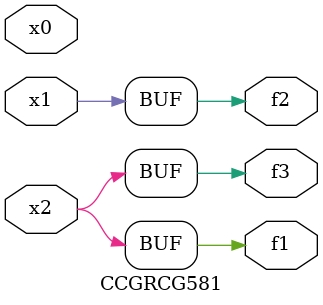
<source format=v>
module CCGRCG581(
	input x0, x1, x2,
	output f1, f2, f3
);
	assign f1 = x2;
	assign f2 = x1;
	assign f3 = x2;
endmodule

</source>
